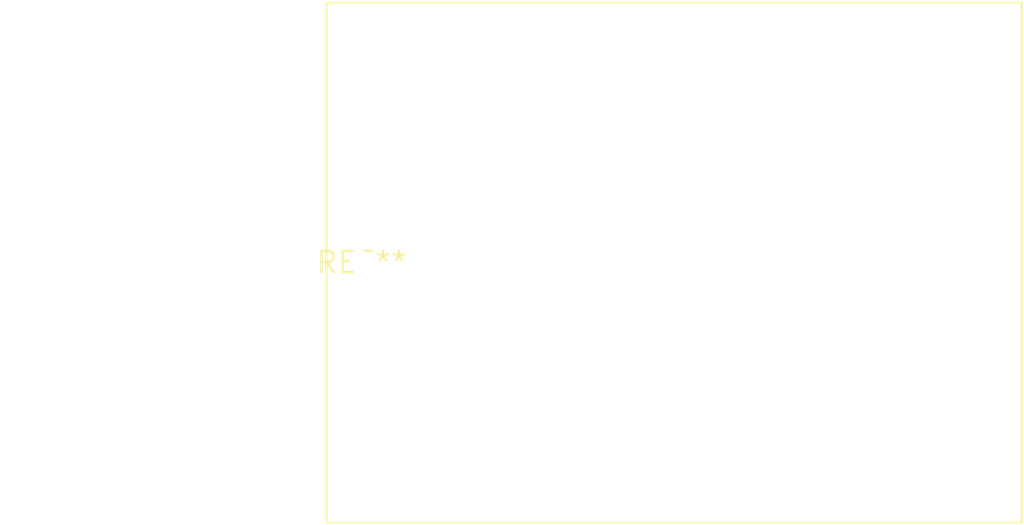
<source format=kicad_pcb>
(kicad_pcb (version 20240108) (generator pcbnew)
  (layers (0 "F.Cu" signal) (31 "B.Cu" signal) (34 "B.Paste" user) (35 "F.Paste" user) (36 "B.SilkS" user "B.Silkscreen") (37 "F.SilkS" user "F.Silkscreen") (38 "B.Mask" user) (39 "F.Mask" user) (44 "Edge.Cuts" user))
  (net 0 "")
  (footprint "C_Rect_L41.5mm_W31.0mm_P37.50mm_MKS4" (layer "F.Cu") (at 0 0)
    (property "Reference" "REF**")
    (property "Value" "C_Rect_L41.5mm_W31.0mm_P37.50mm_MKS4")
    (fp_line (start -2.12 -15.62) (end -2.12 15.62) (layer "F.SilkS") (stroke (width 0.12)))
    (fp_line (start -2.12 -15.62) (end 39.62 -15.62) (layer "F.SilkS") (stroke (width 0.12)))
    (fp_line (start -2.12 15.62) (end 39.62 15.62) (layer "F.SilkS") (stroke (width 0.12)))
    (fp_line (start 39.62 -15.62) (end 39.62 15.62) (layer "F.SilkS") (stroke (width 0.12)))
    (pad "1" thru_hole circle (at 0 0) (size 2.8 2.8) (drill 1.4) (layers *.Cu *.Mask) (remove_unused_layers))
    (pad "2" thru_hole circle (at 37.5 0) (size 2.8 2.8) (drill 1.4) (layers *.Cu *.Mask) (remove_unused_layers))
  )
)
</source>
